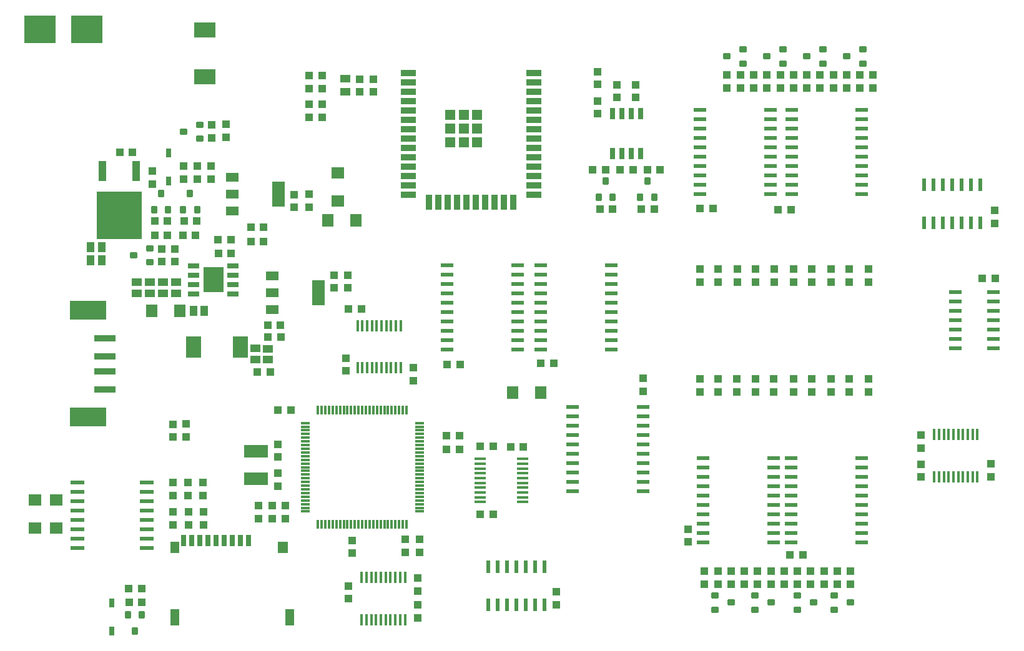
<source format=gtp>
G04*
G04 #@! TF.GenerationSoftware,Altium Limited,Altium Designer,23.0.1 (38)*
G04*
G04 Layer_Color=8421504*
%FSLAX44Y44*%
%MOMM*%
G71*
G04*
G04 #@! TF.SameCoordinates,FF995E5F-5184-4AEF-B54D-418CE73C624A*
G04*
G04*
G04 #@! TF.FilePolarity,Positive*
G04*
G01*
G75*
%ADD22R,1.3300X1.3300*%
%ADD23R,2.0000X0.9000*%
%ADD24R,0.9000X2.0000*%
G04:AMPARAMS|DCode=25|XSize=1mm|YSize=0.8001mm|CornerRadius=0.12mm|HoleSize=0mm|Usage=FLASHONLY|Rotation=90.000|XOffset=0mm|YOffset=0mm|HoleType=Round|Shape=RoundedRectangle|*
%AMROUNDEDRECTD25*
21,1,1.0000,0.5601,0,0,90.0*
21,1,0.7600,0.8001,0,0,90.0*
1,1,0.2400,0.2800,0.3800*
1,1,0.2400,0.2800,-0.3800*
1,1,0.2400,-0.2800,-0.3800*
1,1,0.2400,-0.2800,0.3800*
%
%ADD25ROUNDEDRECTD25*%
%ADD26R,1.0000X1.0000*%
G04:AMPARAMS|DCode=27|XSize=1.6mm|YSize=0.61mm|CornerRadius=0.0153mm|HoleSize=0mm|Usage=FLASHONLY|Rotation=90.000|XOffset=0mm|YOffset=0mm|HoleType=Round|Shape=RoundedRectangle|*
%AMROUNDEDRECTD27*
21,1,1.6000,0.5795,0,0,90.0*
21,1,1.5695,0.6100,0,0,90.0*
1,1,0.0305,0.2898,0.7847*
1,1,0.0305,0.2898,-0.7847*
1,1,0.0305,-0.2898,-0.7847*
1,1,0.0305,-0.2898,0.7847*
%
%ADD27ROUNDEDRECTD27*%
G04:AMPARAMS|DCode=28|XSize=1.57mm|YSize=0.41mm|CornerRadius=0.0513mm|HoleSize=0mm|Usage=FLASHONLY|Rotation=90.000|XOffset=0mm|YOffset=0mm|HoleType=Round|Shape=RoundedRectangle|*
%AMROUNDEDRECTD28*
21,1,1.5700,0.3075,0,0,90.0*
21,1,1.4675,0.4100,0,0,90.0*
1,1,0.1025,0.1538,0.7338*
1,1,0.1025,0.1538,-0.7338*
1,1,0.1025,-0.1538,-0.7338*
1,1,0.1025,-0.1538,0.7338*
%
%ADD28ROUNDEDRECTD28*%
%ADD29R,1.7018X0.5334*%
%ADD30R,0.3200X1.2000*%
%ADD31R,1.2000X0.3200*%
%ADD32R,1.0000X1.0000*%
%ADD33R,0.8000X1.2000*%
%ADD34R,1.8034X0.5334*%
G04:AMPARAMS|DCode=35|XSize=1mm|YSize=0.8001mm|CornerRadius=0.12mm|HoleSize=0mm|Usage=FLASHONLY|Rotation=180.000|XOffset=0mm|YOffset=0mm|HoleType=Round|Shape=RoundedRectangle|*
%AMROUNDEDRECTD35*
21,1,1.0000,0.5601,0,0,180.0*
21,1,0.7600,0.8001,0,0,180.0*
1,1,0.2400,-0.3800,0.2800*
1,1,0.2400,0.3800,0.2800*
1,1,0.2400,0.3800,-0.2800*
1,1,0.2400,-0.3800,-0.2800*
%
%ADD35ROUNDEDRECTD35*%
%ADD36R,1.4000X1.1000*%
G04:AMPARAMS|DCode=37|XSize=1.6mm|YSize=0.61mm|CornerRadius=0.0153mm|HoleSize=0mm|Usage=FLASHONLY|Rotation=180.000|XOffset=0mm|YOffset=0mm|HoleType=Round|Shape=RoundedRectangle|*
%AMROUNDEDRECTD37*
21,1,1.6000,0.5795,0,0,180.0*
21,1,1.5695,0.6100,0,0,180.0*
1,1,0.0305,-0.7847,0.2898*
1,1,0.0305,0.7847,0.2898*
1,1,0.0305,0.7847,-0.2898*
1,1,0.0305,-0.7847,-0.2898*
%
%ADD37ROUNDEDRECTD37*%
%ADD38R,1.0000X2.7000*%
%ADD39R,6.2000X6.4000*%
%ADD40R,0.5334X1.7018*%
%ADD41R,4.2400X3.8100*%
%ADD42R,3.0000X2.0000*%
G04:AMPARAMS|DCode=43|XSize=1.57mm|YSize=0.41mm|CornerRadius=0.0513mm|HoleSize=0mm|Usage=FLASHONLY|Rotation=0.000|XOffset=0mm|YOffset=0mm|HoleType=Round|Shape=RoundedRectangle|*
%AMROUNDEDRECTD43*
21,1,1.5700,0.3075,0,0,0.0*
21,1,1.4675,0.4100,0,0,0.0*
1,1,0.1025,0.7338,-0.1538*
1,1,0.1025,-0.7338,-0.1538*
1,1,0.1025,-0.7338,0.1538*
1,1,0.1025,0.7338,0.1538*
%
%ADD43ROUNDEDRECTD43*%
%ADD44R,1.4700X1.1400*%
%ADD45R,0.7000X1.6000*%
%ADD46R,1.1999X1.6000*%
%ADD47R,1.4001X1.6000*%
%ADD48R,1.1999X2.1999*%
%ADD49R,1.8000X1.2000*%
%ADD50R,1.8000X3.5000*%
%ADD51R,1.9812X0.5334*%
%ADD52R,5.0000X2.5000*%
G04:AMPARAMS|DCode=53|XSize=0.9mm|YSize=2.8mm|CornerRadius=0.018mm|HoleSize=0mm|Usage=FLASHONLY|Rotation=270.000|XOffset=0mm|YOffset=0mm|HoleType=Round|Shape=RoundedRectangle|*
%AMROUNDEDRECTD53*
21,1,0.9000,2.7640,0,0,270.0*
21,1,0.8640,2.8000,0,0,270.0*
1,1,0.0360,-1.3820,-0.4320*
1,1,0.0360,-1.3820,0.4320*
1,1,0.0360,1.3820,0.4320*
1,1,0.0360,1.3820,-0.4320*
%
%ADD53ROUNDEDRECTD53*%
%ADD54R,3.3000X1.7000*%
%ADD55R,1.6000X1.8001*%
%ADD56R,1.1000X1.4000*%
%ADD57R,1.8001X1.6000*%
%ADD58R,2.0000X3.0000*%
G36*
X278450Y539000D02*
X305550D01*
Y505000D01*
X278450D01*
Y539000D01*
D02*
G37*
D22*
X650000Y708650D02*
D03*
X631650D02*
D03*
X613300D02*
D03*
X650000Y727000D02*
D03*
X631650D02*
D03*
X613300D02*
D03*
X650000Y745350D02*
D03*
X631650D02*
D03*
X613300D02*
D03*
D23*
X726650Y802000D02*
D03*
Y789300D02*
D03*
Y776600D02*
D03*
Y763900D02*
D03*
Y751200D02*
D03*
Y738500D02*
D03*
Y725800D02*
D03*
Y713100D02*
D03*
Y700400D02*
D03*
Y687700D02*
D03*
Y675000D02*
D03*
Y662300D02*
D03*
Y649600D02*
D03*
Y636900D02*
D03*
X556650D02*
D03*
Y649600D02*
D03*
Y662300D02*
D03*
Y675000D02*
D03*
Y687700D02*
D03*
Y700400D02*
D03*
Y713100D02*
D03*
Y725800D02*
D03*
Y738500D02*
D03*
Y751200D02*
D03*
Y763900D02*
D03*
Y776600D02*
D03*
Y789300D02*
D03*
Y802000D02*
D03*
D24*
X698800Y626900D02*
D03*
X686100D02*
D03*
X673400D02*
D03*
X660700D02*
D03*
X648000D02*
D03*
X635300D02*
D03*
X622600D02*
D03*
X609900D02*
D03*
X597200D02*
D03*
X584500D02*
D03*
D25*
X824069Y655778D02*
D03*
X833569Y633778D02*
D03*
X814569D02*
D03*
X251040Y617060D02*
D03*
X270040D02*
D03*
X260540Y639060D02*
D03*
X195389Y67609D02*
D03*
X176390D02*
D03*
X185889Y45609D02*
D03*
X871069Y633778D02*
D03*
X890069D02*
D03*
X880569Y655778D02*
D03*
X211670Y617060D02*
D03*
X230670D02*
D03*
X221170Y639060D02*
D03*
D26*
X864679Y769042D02*
D03*
Y786542D02*
D03*
X839619Y769042D02*
D03*
Y786542D02*
D03*
X1251648Y311309D02*
D03*
Y293809D02*
D03*
X552420Y169646D02*
D03*
Y152146D02*
D03*
X572000Y169750D02*
D03*
Y152250D02*
D03*
X480504Y150934D02*
D03*
Y168434D02*
D03*
X569000Y63250D02*
D03*
Y80750D02*
D03*
X569023Y117253D02*
D03*
Y99753D02*
D03*
X237553Y308414D02*
D03*
Y325914D02*
D03*
X255333Y326295D02*
D03*
Y308795D02*
D03*
X1114848Y799704D02*
D03*
Y782204D02*
D03*
X1132848Y799704D02*
D03*
Y782204D02*
D03*
X1150848D02*
D03*
Y799704D02*
D03*
X1042848Y782204D02*
D03*
Y799704D02*
D03*
X1060848D02*
D03*
Y782204D02*
D03*
X1168848Y799704D02*
D03*
Y782204D02*
D03*
X1186848Y799704D02*
D03*
Y782204D02*
D03*
X1078848Y799704D02*
D03*
Y782204D02*
D03*
X1096848Y799704D02*
D03*
Y782204D02*
D03*
X988786D02*
D03*
Y799704D02*
D03*
X1006786Y799706D02*
D03*
Y782206D02*
D03*
X1024848Y799704D02*
D03*
Y782204D02*
D03*
X1027630Y369787D02*
D03*
Y387287D02*
D03*
X951575Y369807D02*
D03*
Y387307D02*
D03*
X1001575Y370056D02*
D03*
Y387556D02*
D03*
X976575D02*
D03*
Y370056D02*
D03*
X1052172Y370043D02*
D03*
Y387543D02*
D03*
X1129575Y370056D02*
D03*
Y387556D02*
D03*
X1103575Y370056D02*
D03*
Y387556D02*
D03*
X1154575Y370057D02*
D03*
Y387557D02*
D03*
X1078575Y370057D02*
D03*
Y387557D02*
D03*
X1180575Y370056D02*
D03*
Y387556D02*
D03*
X1078575Y518807D02*
D03*
Y536306D02*
D03*
X1103575Y518807D02*
D03*
Y536306D02*
D03*
X1129575Y518807D02*
D03*
Y536306D02*
D03*
X1180575Y518807D02*
D03*
Y536306D02*
D03*
X951575Y518557D02*
D03*
Y536057D02*
D03*
X976575Y518807D02*
D03*
Y536306D02*
D03*
X1002575Y518807D02*
D03*
Y536306D02*
D03*
X1027575Y518807D02*
D03*
Y536306D02*
D03*
X1052575Y518807D02*
D03*
Y536306D02*
D03*
X1154575Y518807D02*
D03*
Y536306D02*
D03*
X936128Y183594D02*
D03*
Y166094D02*
D03*
X976128Y109149D02*
D03*
Y126649D02*
D03*
X958128Y109149D02*
D03*
Y126649D02*
D03*
X1012066Y109149D02*
D03*
Y126649D02*
D03*
X994128Y126651D02*
D03*
Y109151D02*
D03*
X1030066Y109149D02*
D03*
Y126649D02*
D03*
X1066128Y109149D02*
D03*
Y126649D02*
D03*
X1084128Y109149D02*
D03*
Y126649D02*
D03*
X1120128Y109149D02*
D03*
Y126649D02*
D03*
X1048065Y126651D02*
D03*
Y109151D02*
D03*
X1102128Y126651D02*
D03*
Y109151D02*
D03*
X1138128Y109149D02*
D03*
Y126649D02*
D03*
X1156128Y126651D02*
D03*
Y109151D02*
D03*
X1251394Y271685D02*
D03*
Y254185D02*
D03*
X1346122Y272066D02*
D03*
Y254566D02*
D03*
X251650Y676040D02*
D03*
Y658540D02*
D03*
X237553Y207029D02*
D03*
Y189529D02*
D03*
X379285Y298846D02*
D03*
Y281347D02*
D03*
Y241879D02*
D03*
Y259379D02*
D03*
X812800Y804278D02*
D03*
Y786778D02*
D03*
X812990Y764572D02*
D03*
Y747072D02*
D03*
X422127Y620199D02*
D03*
Y637699D02*
D03*
X401710Y620080D02*
D03*
Y637580D02*
D03*
X290004Y732073D02*
D03*
Y714573D02*
D03*
X308927Y732568D02*
D03*
Y715068D02*
D03*
X270700Y658680D02*
D03*
Y676180D02*
D03*
X222000Y563750D02*
D03*
Y546250D02*
D03*
X240000D02*
D03*
Y563750D02*
D03*
X289000Y658250D02*
D03*
Y675750D02*
D03*
X278066Y246534D02*
D03*
Y229034D02*
D03*
X257649D02*
D03*
Y246534D02*
D03*
X237231Y229034D02*
D03*
Y246534D02*
D03*
X209105Y669322D02*
D03*
Y651822D02*
D03*
X474760Y510710D02*
D03*
Y528210D02*
D03*
X455710Y510710D02*
D03*
Y528210D02*
D03*
X258127Y189530D02*
D03*
Y207030D02*
D03*
X278545Y207029D02*
D03*
Y189529D02*
D03*
X389688Y215461D02*
D03*
Y197961D02*
D03*
X371810Y215461D02*
D03*
Y197961D02*
D03*
X353540Y215605D02*
D03*
Y198105D02*
D03*
X475170Y106585D02*
D03*
Y89085D02*
D03*
X472250Y398166D02*
D03*
Y415666D02*
D03*
X757000Y81250D02*
D03*
Y98750D02*
D03*
X440000Y759750D02*
D03*
Y742250D02*
D03*
X422000D02*
D03*
Y759750D02*
D03*
X440000Y781250D02*
D03*
Y798750D02*
D03*
X422000Y799000D02*
D03*
Y781500D02*
D03*
X490545Y776659D02*
D03*
Y794159D02*
D03*
X509545Y776659D02*
D03*
Y794159D02*
D03*
X1351851Y598101D02*
D03*
Y615601D02*
D03*
X874712Y370390D02*
D03*
Y387890D02*
D03*
X563000Y385250D02*
D03*
Y402750D02*
D03*
D27*
X833269Y747328D02*
D03*
X845969D02*
D03*
X858669D02*
D03*
X871369D02*
D03*
Y693328D02*
D03*
X858669D02*
D03*
X845969D02*
D03*
X833269D02*
D03*
D28*
X1269642Y254251D02*
D03*
X1276142D02*
D03*
X1282642D02*
D03*
X1289142D02*
D03*
X1295642D02*
D03*
X1302142D02*
D03*
X1308642D02*
D03*
X1315142D02*
D03*
X1321642D02*
D03*
X1328142D02*
D03*
Y311651D02*
D03*
X1321642D02*
D03*
X1315142D02*
D03*
X1308642D02*
D03*
X1302142D02*
D03*
X1295642D02*
D03*
X1289142D02*
D03*
X1282642D02*
D03*
X1276142D02*
D03*
X1269642D02*
D03*
X551925Y60936D02*
D03*
X545425D02*
D03*
X538925D02*
D03*
X532425D02*
D03*
X525925D02*
D03*
X519425D02*
D03*
X512925D02*
D03*
X506425D02*
D03*
X499925D02*
D03*
X493425D02*
D03*
Y118336D02*
D03*
X499925D02*
D03*
X506425D02*
D03*
X512925D02*
D03*
X519425D02*
D03*
X525925D02*
D03*
X532425D02*
D03*
X538925D02*
D03*
X545425D02*
D03*
X551925D02*
D03*
X487750Y402300D02*
D03*
X494250D02*
D03*
X500750D02*
D03*
X507250D02*
D03*
X513750D02*
D03*
X520250D02*
D03*
X526750D02*
D03*
X533250D02*
D03*
X539750D02*
D03*
X546250D02*
D03*
Y459700D02*
D03*
X539750D02*
D03*
X533250D02*
D03*
X526750D02*
D03*
X520250D02*
D03*
X513750D02*
D03*
X507250D02*
D03*
X500750D02*
D03*
X494250D02*
D03*
X487750D02*
D03*
D29*
X1298031Y505505D02*
D03*
Y492805D02*
D03*
Y480105D02*
D03*
Y467405D02*
D03*
Y454705D02*
D03*
Y442005D02*
D03*
Y429305D02*
D03*
X1349847D02*
D03*
Y442005D02*
D03*
Y454705D02*
D03*
Y467405D02*
D03*
Y480105D02*
D03*
Y492805D02*
D03*
Y505505D02*
D03*
D30*
X434000Y345076D02*
D03*
X439000D02*
D03*
X444000D02*
D03*
X449000D02*
D03*
X454000D02*
D03*
X459000D02*
D03*
X464000D02*
D03*
X469000D02*
D03*
X474000D02*
D03*
X479000D02*
D03*
X484000D02*
D03*
X489000D02*
D03*
X494000D02*
D03*
X499000D02*
D03*
X504000D02*
D03*
X509000D02*
D03*
X514000D02*
D03*
X519000D02*
D03*
X524000D02*
D03*
X529000D02*
D03*
X534000D02*
D03*
X539000D02*
D03*
X544000D02*
D03*
X549000D02*
D03*
X554000D02*
D03*
Y190076D02*
D03*
X549000D02*
D03*
X544000D02*
D03*
X539000D02*
D03*
X534000D02*
D03*
X529000D02*
D03*
X524000D02*
D03*
X519000D02*
D03*
X514000D02*
D03*
X509000D02*
D03*
X504000D02*
D03*
X499000D02*
D03*
X494000D02*
D03*
X489000D02*
D03*
X484000D02*
D03*
X479000D02*
D03*
X474000D02*
D03*
X469000D02*
D03*
X464000D02*
D03*
X459000D02*
D03*
X454000D02*
D03*
X449000D02*
D03*
X444000D02*
D03*
X439000D02*
D03*
X434000D02*
D03*
D31*
X571500Y327576D02*
D03*
Y322576D02*
D03*
Y317576D02*
D03*
Y312576D02*
D03*
Y307576D02*
D03*
Y302576D02*
D03*
Y297576D02*
D03*
Y292576D02*
D03*
Y287576D02*
D03*
Y282576D02*
D03*
Y277576D02*
D03*
Y272576D02*
D03*
Y267576D02*
D03*
Y262576D02*
D03*
Y257576D02*
D03*
Y252576D02*
D03*
Y247576D02*
D03*
Y242576D02*
D03*
Y237576D02*
D03*
Y232576D02*
D03*
Y227576D02*
D03*
Y222576D02*
D03*
Y217576D02*
D03*
Y212576D02*
D03*
Y207576D02*
D03*
X416500D02*
D03*
Y212576D02*
D03*
Y217576D02*
D03*
Y222576D02*
D03*
Y227576D02*
D03*
Y232576D02*
D03*
Y237576D02*
D03*
Y242576D02*
D03*
Y247576D02*
D03*
Y252576D02*
D03*
Y257576D02*
D03*
Y262576D02*
D03*
Y267576D02*
D03*
Y272576D02*
D03*
Y277576D02*
D03*
Y282576D02*
D03*
Y287576D02*
D03*
Y292576D02*
D03*
Y297576D02*
D03*
Y302576D02*
D03*
Y307576D02*
D03*
Y312576D02*
D03*
Y317576D02*
D03*
Y322576D02*
D03*
Y327576D02*
D03*
D32*
X379692Y345485D02*
D03*
X397192D02*
D03*
X177635Y102759D02*
D03*
X195135D02*
D03*
X1091742Y148254D02*
D03*
X1074242D02*
D03*
X195376Y84246D02*
D03*
X177876D02*
D03*
X268020Y582340D02*
D03*
X250520D02*
D03*
X229920D02*
D03*
X212420D02*
D03*
X843569Y671328D02*
D03*
X861069D02*
D03*
X816069Y617778D02*
D03*
X833569D02*
D03*
X890069D02*
D03*
X872569D02*
D03*
X252250Y602000D02*
D03*
X269750D02*
D03*
X365836Y460547D02*
D03*
X383336D02*
D03*
X365963Y444545D02*
D03*
X383463D02*
D03*
X369239Y396539D02*
D03*
X351739D02*
D03*
X298810Y557210D02*
D03*
X316310D02*
D03*
X229920Y601390D02*
D03*
X212420D02*
D03*
X165049Y694354D02*
D03*
X182549D02*
D03*
X360500Y573950D02*
D03*
X343000D02*
D03*
X360500Y593000D02*
D03*
X343000D02*
D03*
X625750Y292000D02*
D03*
X608250D02*
D03*
X625750Y310000D02*
D03*
X608250D02*
D03*
X654250Y204000D02*
D03*
X671750D02*
D03*
X712500Y295000D02*
D03*
X695000D02*
D03*
X654126Y295701D02*
D03*
X671626D02*
D03*
X475564Y481830D02*
D03*
X493064D02*
D03*
X316170Y576260D02*
D03*
X298670D02*
D03*
X806569Y671328D02*
D03*
X824069D02*
D03*
X1057732Y617265D02*
D03*
X1075232D02*
D03*
X969598Y618954D02*
D03*
X952098D02*
D03*
X1334592Y523539D02*
D03*
X1352092D02*
D03*
X880569Y671328D02*
D03*
X898069D02*
D03*
X736250Y409000D02*
D03*
X753750D02*
D03*
X609168Y406734D02*
D03*
X626668D02*
D03*
D33*
X154622Y45308D02*
D03*
Y83306D02*
D03*
X231330Y693998D02*
D03*
Y656000D02*
D03*
D34*
X1076096Y637804D02*
D03*
Y650504D02*
D03*
Y663204D02*
D03*
Y675904D02*
D03*
Y688604D02*
D03*
Y701304D02*
D03*
Y714004D02*
D03*
Y726704D02*
D03*
Y739404D02*
D03*
Y752104D02*
D03*
X1171600D02*
D03*
Y739404D02*
D03*
Y726704D02*
D03*
Y714004D02*
D03*
Y701304D02*
D03*
Y688604D02*
D03*
Y675904D02*
D03*
Y663204D02*
D03*
Y650504D02*
D03*
Y637804D02*
D03*
X952096D02*
D03*
Y650504D02*
D03*
Y663204D02*
D03*
Y675904D02*
D03*
Y688604D02*
D03*
Y701304D02*
D03*
Y714004D02*
D03*
Y726704D02*
D03*
Y739404D02*
D03*
Y752104D02*
D03*
X1047600D02*
D03*
Y739404D02*
D03*
Y726704D02*
D03*
Y714004D02*
D03*
Y701304D02*
D03*
Y688604D02*
D03*
Y675904D02*
D03*
Y663204D02*
D03*
Y650504D02*
D03*
Y637804D02*
D03*
X1051880Y165694D02*
D03*
Y178394D02*
D03*
Y191094D02*
D03*
Y203794D02*
D03*
Y216494D02*
D03*
Y229194D02*
D03*
Y241894D02*
D03*
Y254594D02*
D03*
Y267294D02*
D03*
Y279994D02*
D03*
X956376D02*
D03*
Y267294D02*
D03*
Y254594D02*
D03*
Y241894D02*
D03*
Y229194D02*
D03*
Y216494D02*
D03*
Y203794D02*
D03*
Y191094D02*
D03*
Y178394D02*
D03*
Y165694D02*
D03*
X1075376Y165694D02*
D03*
Y178394D02*
D03*
Y191094D02*
D03*
Y203794D02*
D03*
Y216494D02*
D03*
Y229194D02*
D03*
Y241894D02*
D03*
Y254594D02*
D03*
Y267294D02*
D03*
Y279994D02*
D03*
X1170880D02*
D03*
Y267294D02*
D03*
Y254594D02*
D03*
Y241894D02*
D03*
Y229194D02*
D03*
Y216494D02*
D03*
Y203794D02*
D03*
Y191094D02*
D03*
Y178394D02*
D03*
Y165694D02*
D03*
X874752Y349150D02*
D03*
Y336450D02*
D03*
Y323750D02*
D03*
Y311050D02*
D03*
Y298350D02*
D03*
Y234850D02*
D03*
X779248D02*
D03*
Y247550D02*
D03*
Y260250D02*
D03*
Y272950D02*
D03*
Y285650D02*
D03*
Y298350D02*
D03*
Y311050D02*
D03*
Y323750D02*
D03*
Y336450D02*
D03*
Y349150D02*
D03*
X874752Y285650D02*
D03*
Y272950D02*
D03*
Y260250D02*
D03*
Y247550D02*
D03*
X831504Y426800D02*
D03*
Y439500D02*
D03*
Y452200D02*
D03*
Y464900D02*
D03*
Y477600D02*
D03*
Y490300D02*
D03*
Y503000D02*
D03*
Y515700D02*
D03*
Y528400D02*
D03*
Y541100D02*
D03*
X736000D02*
D03*
Y528400D02*
D03*
Y515700D02*
D03*
Y503000D02*
D03*
Y490300D02*
D03*
Y477600D02*
D03*
Y464900D02*
D03*
Y452200D02*
D03*
Y439500D02*
D03*
Y426800D02*
D03*
X609248Y426850D02*
D03*
Y439550D02*
D03*
Y452250D02*
D03*
Y464950D02*
D03*
Y477650D02*
D03*
Y490350D02*
D03*
Y503050D02*
D03*
Y515750D02*
D03*
Y528450D02*
D03*
Y541150D02*
D03*
X704752D02*
D03*
Y528450D02*
D03*
Y515750D02*
D03*
Y503050D02*
D03*
Y490350D02*
D03*
Y477650D02*
D03*
Y464950D02*
D03*
Y452250D02*
D03*
Y439550D02*
D03*
Y426850D02*
D03*
D35*
X1096848Y824783D02*
D03*
X1118848Y834283D02*
D03*
Y815283D02*
D03*
X1172848D02*
D03*
Y834283D02*
D03*
X1150848Y824783D02*
D03*
X1042848D02*
D03*
X1064848Y834283D02*
D03*
Y815283D02*
D03*
X1010786D02*
D03*
Y834283D02*
D03*
X988786Y824783D02*
D03*
X972128Y93401D02*
D03*
Y74402D02*
D03*
X994128Y83902D02*
D03*
X1026066Y93404D02*
D03*
Y74404D02*
D03*
X1048065Y83904D02*
D03*
X1084128Y93401D02*
D03*
Y74402D02*
D03*
X1106128Y83902D02*
D03*
X1134128Y93401D02*
D03*
Y74402D02*
D03*
X1156128Y83902D02*
D03*
X251572Y722548D02*
D03*
X273572Y732048D02*
D03*
Y713048D02*
D03*
X206000Y545500D02*
D03*
Y564500D02*
D03*
X184000Y555000D02*
D03*
D36*
X206220Y503500D02*
D03*
Y518500D02*
D03*
X241780Y503500D02*
D03*
Y518500D02*
D03*
X224000Y503500D02*
D03*
Y518500D02*
D03*
X188210Y503280D02*
D03*
Y518280D02*
D03*
X349313Y413677D02*
D03*
Y428677D02*
D03*
X366458Y413423D02*
D03*
Y428423D02*
D03*
D37*
X265000Y502950D02*
D03*
Y515650D02*
D03*
Y528350D02*
D03*
Y541050D02*
D03*
X319000D02*
D03*
Y528350D02*
D03*
Y515650D02*
D03*
Y502950D02*
D03*
D38*
X187754Y669544D02*
D03*
X141754D02*
D03*
D39*
X164754Y609544D02*
D03*
D40*
X1332039Y650539D02*
D03*
X1319339D02*
D03*
X1306639D02*
D03*
X1293939D02*
D03*
X1281239D02*
D03*
X1268539D02*
D03*
X1255839D02*
D03*
Y598723D02*
D03*
X1268539D02*
D03*
X1281239D02*
D03*
X1293939D02*
D03*
X1306639D02*
D03*
X1319339D02*
D03*
X1332039D02*
D03*
X741100Y132908D02*
D03*
X728400D02*
D03*
X715700D02*
D03*
X703000D02*
D03*
X690300D02*
D03*
X677600D02*
D03*
X664900D02*
D03*
Y81092D02*
D03*
X677600D02*
D03*
X690300D02*
D03*
X703000D02*
D03*
X715700D02*
D03*
X728400D02*
D03*
X741100D02*
D03*
D41*
X120813Y861613D02*
D03*
X57113D02*
D03*
D42*
X280352Y861100D02*
D03*
Y797102D02*
D03*
D43*
X654300Y278866D02*
D03*
Y272366D02*
D03*
Y265866D02*
D03*
Y259366D02*
D03*
Y252866D02*
D03*
Y246366D02*
D03*
Y239866D02*
D03*
Y233366D02*
D03*
Y226866D02*
D03*
Y220366D02*
D03*
X711700D02*
D03*
Y226866D02*
D03*
Y233366D02*
D03*
Y239866D02*
D03*
Y246366D02*
D03*
Y252866D02*
D03*
Y259366D02*
D03*
Y265866D02*
D03*
Y272366D02*
D03*
Y278866D02*
D03*
D44*
X471365Y776609D02*
D03*
Y794409D02*
D03*
D45*
X252041Y167761D02*
D03*
X263042D02*
D03*
X274040D02*
D03*
X285041D02*
D03*
X296042D02*
D03*
X307042D02*
D03*
X318041D02*
D03*
X329041D02*
D03*
X340042D02*
D03*
D46*
X239542Y158762D02*
D03*
D47*
X386542D02*
D03*
D48*
X239542Y63760D02*
D03*
X395541D02*
D03*
D49*
X371890Y527220D02*
D03*
Y504220D02*
D03*
Y481220D02*
D03*
X317600Y615000D02*
D03*
Y638000D02*
D03*
Y661000D02*
D03*
D50*
X434890Y504220D02*
D03*
X380600Y638000D02*
D03*
D51*
X107759Y158033D02*
D03*
Y170733D02*
D03*
Y183433D02*
D03*
Y196133D02*
D03*
Y208833D02*
D03*
Y221533D02*
D03*
Y234233D02*
D03*
Y246933D02*
D03*
X201739D02*
D03*
Y234233D02*
D03*
Y221533D02*
D03*
Y208833D02*
D03*
Y196133D02*
D03*
Y183433D02*
D03*
Y170733D02*
D03*
Y158033D02*
D03*
D52*
X122235Y335361D02*
D03*
Y480361D02*
D03*
D53*
X144735Y397861D02*
D03*
Y442861D02*
D03*
Y417861D02*
D03*
Y372861D02*
D03*
D54*
X349805Y288800D02*
D03*
Y251802D02*
D03*
D55*
X697994Y369107D02*
D03*
X735995D02*
D03*
X246283Y479597D02*
D03*
X208282D02*
D03*
X447644Y602199D02*
D03*
X485645D02*
D03*
D56*
X125504Y548304D02*
D03*
X140504D02*
D03*
X125504Y566084D02*
D03*
X140504D02*
D03*
X279978Y479597D02*
D03*
X264978D02*
D03*
D57*
X460819Y666508D02*
D03*
Y628507D02*
D03*
X49974Y222991D02*
D03*
Y184990D02*
D03*
X78676Y222991D02*
D03*
Y184990D02*
D03*
D58*
X264985Y430829D02*
D03*
X328983D02*
D03*
M02*

</source>
